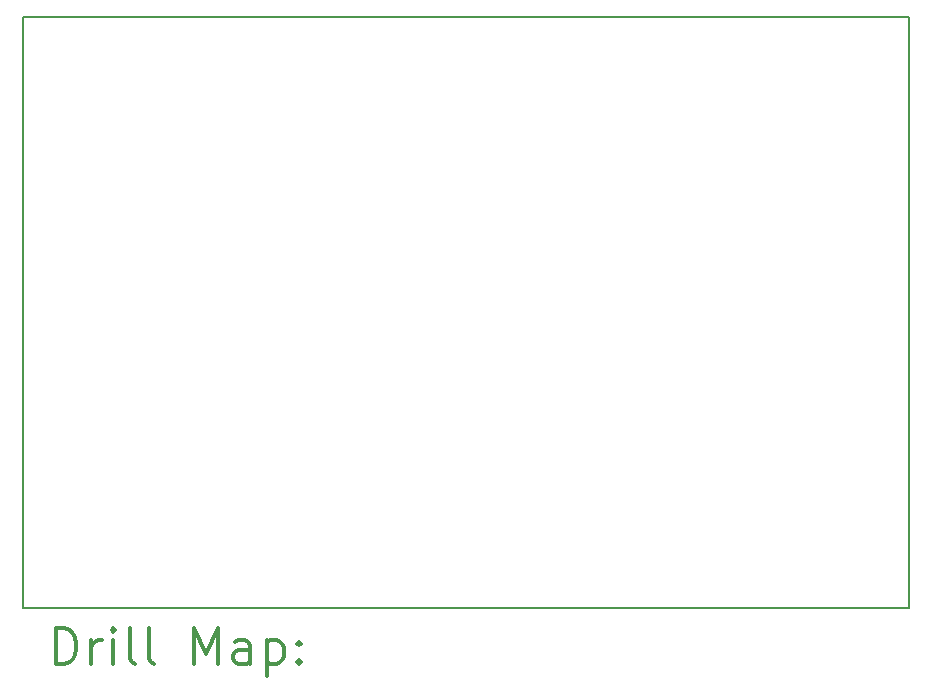
<source format=gbr>
%FSLAX45Y45*%
G04 Gerber Fmt 4.5, Leading zero omitted, Abs format (unit mm)*
G04 Created by KiCad (PCBNEW (5.0.2)-1) date 06/05/19 14:46:51*
%MOMM*%
%LPD*%
G01*
G04 APERTURE LIST*
%ADD10C,0.200000*%
%ADD11C,0.300000*%
G04 APERTURE END LIST*
D10*
X13094600Y-8366000D02*
X13094600Y-3366000D01*
X5594600Y-8366000D02*
X13094600Y-8366000D01*
X5594600Y-3366000D02*
X5594600Y-8366000D01*
X13094600Y-3366000D02*
X5594600Y-3366000D01*
D10*
D11*
X5871028Y-8841714D02*
X5871028Y-8541714D01*
X5942457Y-8541714D01*
X5985314Y-8556000D01*
X6013886Y-8584572D01*
X6028171Y-8613143D01*
X6042457Y-8670286D01*
X6042457Y-8713143D01*
X6028171Y-8770286D01*
X6013886Y-8798857D01*
X5985314Y-8827429D01*
X5942457Y-8841714D01*
X5871028Y-8841714D01*
X6171028Y-8841714D02*
X6171028Y-8641714D01*
X6171028Y-8698857D02*
X6185314Y-8670286D01*
X6199600Y-8656000D01*
X6228171Y-8641714D01*
X6256743Y-8641714D01*
X6356743Y-8841714D02*
X6356743Y-8641714D01*
X6356743Y-8541714D02*
X6342457Y-8556000D01*
X6356743Y-8570286D01*
X6371028Y-8556000D01*
X6356743Y-8541714D01*
X6356743Y-8570286D01*
X6542457Y-8841714D02*
X6513886Y-8827429D01*
X6499600Y-8798857D01*
X6499600Y-8541714D01*
X6699600Y-8841714D02*
X6671028Y-8827429D01*
X6656743Y-8798857D01*
X6656743Y-8541714D01*
X7042457Y-8841714D02*
X7042457Y-8541714D01*
X7142457Y-8756000D01*
X7242457Y-8541714D01*
X7242457Y-8841714D01*
X7513886Y-8841714D02*
X7513886Y-8684572D01*
X7499600Y-8656000D01*
X7471028Y-8641714D01*
X7413886Y-8641714D01*
X7385314Y-8656000D01*
X7513886Y-8827429D02*
X7485314Y-8841714D01*
X7413886Y-8841714D01*
X7385314Y-8827429D01*
X7371028Y-8798857D01*
X7371028Y-8770286D01*
X7385314Y-8741714D01*
X7413886Y-8727429D01*
X7485314Y-8727429D01*
X7513886Y-8713143D01*
X7656743Y-8641714D02*
X7656743Y-8941714D01*
X7656743Y-8656000D02*
X7685314Y-8641714D01*
X7742457Y-8641714D01*
X7771028Y-8656000D01*
X7785314Y-8670286D01*
X7799600Y-8698857D01*
X7799600Y-8784572D01*
X7785314Y-8813143D01*
X7771028Y-8827429D01*
X7742457Y-8841714D01*
X7685314Y-8841714D01*
X7656743Y-8827429D01*
X7928171Y-8813143D02*
X7942457Y-8827429D01*
X7928171Y-8841714D01*
X7913886Y-8827429D01*
X7928171Y-8813143D01*
X7928171Y-8841714D01*
X7928171Y-8656000D02*
X7942457Y-8670286D01*
X7928171Y-8684572D01*
X7913886Y-8670286D01*
X7928171Y-8656000D01*
X7928171Y-8684572D01*
M02*

</source>
